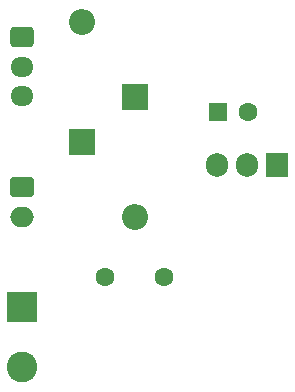
<source format=gbr>
%TF.GenerationSoftware,KiCad,Pcbnew,7.0.9*%
%TF.CreationDate,2023-11-11T09:59:11+01:00*%
%TF.ProjectId,CO2-PwrSupply,434f322d-5077-4725-9375-70706c792e6b,1.0*%
%TF.SameCoordinates,Original*%
%TF.FileFunction,Copper,L1,Top*%
%TF.FilePolarity,Positive*%
%FSLAX46Y46*%
G04 Gerber Fmt 4.6, Leading zero omitted, Abs format (unit mm)*
G04 Created by KiCad (PCBNEW 7.0.9) date 2023-11-11 09:59:11*
%MOMM*%
%LPD*%
G01*
G04 APERTURE LIST*
G04 Aperture macros list*
%AMRoundRect*
0 Rectangle with rounded corners*
0 $1 Rounding radius*
0 $2 $3 $4 $5 $6 $7 $8 $9 X,Y pos of 4 corners*
0 Add a 4 corners polygon primitive as box body*
4,1,4,$2,$3,$4,$5,$6,$7,$8,$9,$2,$3,0*
0 Add four circle primitives for the rounded corners*
1,1,$1+$1,$2,$3*
1,1,$1+$1,$4,$5*
1,1,$1+$1,$6,$7*
1,1,$1+$1,$8,$9*
0 Add four rect primitives between the rounded corners*
20,1,$1+$1,$2,$3,$4,$5,0*
20,1,$1+$1,$4,$5,$6,$7,0*
20,1,$1+$1,$6,$7,$8,$9,0*
20,1,$1+$1,$8,$9,$2,$3,0*%
G04 Aperture macros list end*
%TA.AperFunction,ComponentPad*%
%ADD10RoundRect,0.250000X-0.725000X0.600000X-0.725000X-0.600000X0.725000X-0.600000X0.725000X0.600000X0*%
%TD*%
%TA.AperFunction,ComponentPad*%
%ADD11O,1.950000X1.700000*%
%TD*%
%TA.AperFunction,ComponentPad*%
%ADD12R,2.200000X2.200000*%
%TD*%
%TA.AperFunction,ComponentPad*%
%ADD13O,2.200000X2.200000*%
%TD*%
%TA.AperFunction,ComponentPad*%
%ADD14RoundRect,0.250000X-0.750000X0.600000X-0.750000X-0.600000X0.750000X-0.600000X0.750000X0.600000X0*%
%TD*%
%TA.AperFunction,ComponentPad*%
%ADD15O,2.000000X1.700000*%
%TD*%
%TA.AperFunction,ComponentPad*%
%ADD16R,1.905000X2.000000*%
%TD*%
%TA.AperFunction,ComponentPad*%
%ADD17O,1.905000X2.000000*%
%TD*%
%TA.AperFunction,ComponentPad*%
%ADD18C,1.600000*%
%TD*%
%TA.AperFunction,ComponentPad*%
%ADD19R,2.600000X2.600000*%
%TD*%
%TA.AperFunction,ComponentPad*%
%ADD20C,2.600000*%
%TD*%
%TA.AperFunction,ComponentPad*%
%ADD21R,1.600000X1.600000*%
%TD*%
G04 APERTURE END LIST*
D10*
%TO.P,J3,1,Pin_1*%
%TO.N,Net-(J2-Pin_1)*%
X53818000Y-20193000D03*
D11*
%TO.P,J3,2,Pin_2*%
%TO.N,Net-(D1-K)*%
X53818000Y-22693000D03*
%TO.P,J3,3,Pin_3*%
%TO.N,GND*%
X53818000Y-25193000D03*
%TD*%
D12*
%TO.P,D2,1,K*%
%TO.N,Net-(D1-K)*%
X63343000Y-25273000D03*
D13*
%TO.P,D2,2,A*%
%TO.N,Net-(D2-A)*%
X63343000Y-35433000D03*
%TD*%
D14*
%TO.P,J2,1,Pin_1*%
%TO.N,Net-(J2-Pin_1)*%
X53818000Y-32893000D03*
D15*
%TO.P,J2,2,Pin_2*%
%TO.N,GND*%
X53818000Y-35393000D03*
%TD*%
D16*
%TO.P,U1,1,IN*%
%TO.N,Net-(J4-Pin_1)*%
X75408000Y-30988000D03*
D17*
%TO.P,U1,2,GND*%
%TO.N,GND*%
X72868000Y-30988000D03*
%TO.P,U1,3,OUT*%
%TO.N,Net-(D2-A)*%
X70328000Y-30988000D03*
%TD*%
D18*
%TO.P,C2,1*%
%TO.N,Net-(J4-Pin_1)*%
X65843000Y-40513000D03*
%TO.P,C2,2*%
%TO.N,GND*%
X60843000Y-40513000D03*
%TD*%
D12*
%TO.P,D1,1,K*%
%TO.N,Net-(D1-K)*%
X58898000Y-29083000D03*
D13*
%TO.P,D1,2,A*%
%TO.N,Net-(D1-A)*%
X58898000Y-18923000D03*
%TD*%
D19*
%TO.P,J4,1,Pin_1*%
%TO.N,Net-(J4-Pin_1)*%
X53818000Y-43053000D03*
D20*
%TO.P,J4,2,Pin_2*%
%TO.N,GND*%
X53818000Y-48133000D03*
%TD*%
D21*
%TO.P,C1,1*%
%TO.N,Net-(D2-A)*%
X70392888Y-26543000D03*
D18*
%TO.P,C1,2*%
%TO.N,GND*%
X72892888Y-26543000D03*
%TD*%
M02*

</source>
